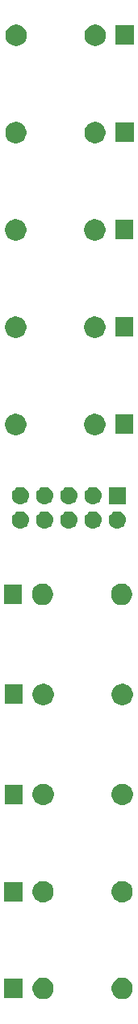
<source format=gbr>
G04 #@! TF.GenerationSoftware,KiCad,Pcbnew,(5.1.2-1)-1*
G04 #@! TF.CreationDate,2020-08-10T22:20:09-07:00*
G04 #@! TF.ProjectId,active_dual_mult,61637469-7665-45f6-9475-616c5f6d756c,rev?*
G04 #@! TF.SameCoordinates,Original*
G04 #@! TF.FileFunction,Soldermask,Bot*
G04 #@! TF.FilePolarity,Negative*
%FSLAX46Y46*%
G04 Gerber Fmt 4.6, Leading zero omitted, Abs format (unit mm)*
G04 Created by KiCad (PCBNEW (5.1.2-1)-1) date 2020-08-10 22:20:09*
%MOMM*%
%LPD*%
G04 APERTURE LIST*
%ADD10C,0.100000*%
G04 APERTURE END LIST*
D10*
G36*
X166263455Y-125201391D02*
G01*
X166335325Y-125215687D01*
X166538424Y-125299813D01*
X166721209Y-125421946D01*
X166876654Y-125577391D01*
X166998787Y-125760176D01*
X167082913Y-125963275D01*
X167125800Y-126178884D01*
X167125800Y-126398716D01*
X167082913Y-126614325D01*
X166998787Y-126817424D01*
X166876654Y-127000209D01*
X166721209Y-127155654D01*
X166538424Y-127277787D01*
X166335325Y-127361913D01*
X166263455Y-127376209D01*
X166119718Y-127404800D01*
X165899882Y-127404800D01*
X165756145Y-127376209D01*
X165684275Y-127361913D01*
X165481176Y-127277787D01*
X165298391Y-127155654D01*
X165142946Y-127000209D01*
X165020813Y-126817424D01*
X164936687Y-126614325D01*
X164893800Y-126398716D01*
X164893800Y-126178884D01*
X164936687Y-125963275D01*
X165020813Y-125760176D01*
X165142946Y-125577391D01*
X165298391Y-125421946D01*
X165481176Y-125299813D01*
X165684275Y-125215687D01*
X165756145Y-125201391D01*
X165899882Y-125172800D01*
X166119718Y-125172800D01*
X166263455Y-125201391D01*
X166263455Y-125201391D01*
G37*
G36*
X157963455Y-125201391D02*
G01*
X158035325Y-125215687D01*
X158238424Y-125299813D01*
X158421209Y-125421946D01*
X158576654Y-125577391D01*
X158698787Y-125760176D01*
X158782913Y-125963275D01*
X158825800Y-126178884D01*
X158825800Y-126398716D01*
X158782913Y-126614325D01*
X158698787Y-126817424D01*
X158576654Y-127000209D01*
X158421209Y-127155654D01*
X158238424Y-127277787D01*
X158035325Y-127361913D01*
X157963455Y-127376209D01*
X157819718Y-127404800D01*
X157599882Y-127404800D01*
X157456145Y-127376209D01*
X157384275Y-127361913D01*
X157181176Y-127277787D01*
X156998391Y-127155654D01*
X156842946Y-127000209D01*
X156720813Y-126817424D01*
X156636687Y-126614325D01*
X156593800Y-126398716D01*
X156593800Y-126178884D01*
X156636687Y-125963275D01*
X156720813Y-125760176D01*
X156842946Y-125577391D01*
X156998391Y-125421946D01*
X157181176Y-125299813D01*
X157384275Y-125215687D01*
X157456145Y-125201391D01*
X157599882Y-125172800D01*
X157819718Y-125172800D01*
X157963455Y-125201391D01*
X157963455Y-125201391D01*
G37*
G36*
X155575800Y-127304800D02*
G01*
X153643800Y-127304800D01*
X153643800Y-125272800D01*
X155575800Y-125272800D01*
X155575800Y-127304800D01*
X155575800Y-127304800D01*
G37*
G36*
X166263455Y-115092191D02*
G01*
X166335325Y-115106487D01*
X166538424Y-115190613D01*
X166721209Y-115312746D01*
X166876654Y-115468191D01*
X166998787Y-115650976D01*
X167082913Y-115854075D01*
X167125800Y-116069684D01*
X167125800Y-116289516D01*
X167082913Y-116505125D01*
X166998787Y-116708224D01*
X166876654Y-116891009D01*
X166721209Y-117046454D01*
X166538424Y-117168587D01*
X166335325Y-117252713D01*
X166263455Y-117267009D01*
X166119718Y-117295600D01*
X165899882Y-117295600D01*
X165756145Y-117267009D01*
X165684275Y-117252713D01*
X165481176Y-117168587D01*
X165298391Y-117046454D01*
X165142946Y-116891009D01*
X165020813Y-116708224D01*
X164936687Y-116505125D01*
X164893800Y-116289516D01*
X164893800Y-116069684D01*
X164936687Y-115854075D01*
X165020813Y-115650976D01*
X165142946Y-115468191D01*
X165298391Y-115312746D01*
X165481176Y-115190613D01*
X165684275Y-115106487D01*
X165756145Y-115092191D01*
X165899882Y-115063600D01*
X166119718Y-115063600D01*
X166263455Y-115092191D01*
X166263455Y-115092191D01*
G37*
G36*
X157963455Y-115092191D02*
G01*
X158035325Y-115106487D01*
X158238424Y-115190613D01*
X158421209Y-115312746D01*
X158576654Y-115468191D01*
X158698787Y-115650976D01*
X158782913Y-115854075D01*
X158825800Y-116069684D01*
X158825800Y-116289516D01*
X158782913Y-116505125D01*
X158698787Y-116708224D01*
X158576654Y-116891009D01*
X158421209Y-117046454D01*
X158238424Y-117168587D01*
X158035325Y-117252713D01*
X157963455Y-117267009D01*
X157819718Y-117295600D01*
X157599882Y-117295600D01*
X157456145Y-117267009D01*
X157384275Y-117252713D01*
X157181176Y-117168587D01*
X156998391Y-117046454D01*
X156842946Y-116891009D01*
X156720813Y-116708224D01*
X156636687Y-116505125D01*
X156593800Y-116289516D01*
X156593800Y-116069684D01*
X156636687Y-115854075D01*
X156720813Y-115650976D01*
X156842946Y-115468191D01*
X156998391Y-115312746D01*
X157181176Y-115190613D01*
X157384275Y-115106487D01*
X157456145Y-115092191D01*
X157599882Y-115063600D01*
X157819718Y-115063600D01*
X157963455Y-115092191D01*
X157963455Y-115092191D01*
G37*
G36*
X155575800Y-117195600D02*
G01*
X153643800Y-117195600D01*
X153643800Y-115163600D01*
X155575800Y-115163600D01*
X155575800Y-117195600D01*
X155575800Y-117195600D01*
G37*
G36*
X166288855Y-104932191D02*
G01*
X166360725Y-104946487D01*
X166563824Y-105030613D01*
X166746609Y-105152746D01*
X166902054Y-105308191D01*
X167024187Y-105490976D01*
X167108313Y-105694075D01*
X167151200Y-105909684D01*
X167151200Y-106129516D01*
X167108313Y-106345125D01*
X167024187Y-106548224D01*
X166902054Y-106731009D01*
X166746609Y-106886454D01*
X166563824Y-107008587D01*
X166360725Y-107092713D01*
X166288855Y-107107009D01*
X166145118Y-107135600D01*
X165925282Y-107135600D01*
X165781545Y-107107009D01*
X165709675Y-107092713D01*
X165506576Y-107008587D01*
X165323791Y-106886454D01*
X165168346Y-106731009D01*
X165046213Y-106548224D01*
X164962087Y-106345125D01*
X164919200Y-106129516D01*
X164919200Y-105909684D01*
X164962087Y-105694075D01*
X165046213Y-105490976D01*
X165168346Y-105308191D01*
X165323791Y-105152746D01*
X165506576Y-105030613D01*
X165709675Y-104946487D01*
X165781545Y-104932191D01*
X165925282Y-104903600D01*
X166145118Y-104903600D01*
X166288855Y-104932191D01*
X166288855Y-104932191D01*
G37*
G36*
X157988855Y-104932191D02*
G01*
X158060725Y-104946487D01*
X158263824Y-105030613D01*
X158446609Y-105152746D01*
X158602054Y-105308191D01*
X158724187Y-105490976D01*
X158808313Y-105694075D01*
X158851200Y-105909684D01*
X158851200Y-106129516D01*
X158808313Y-106345125D01*
X158724187Y-106548224D01*
X158602054Y-106731009D01*
X158446609Y-106886454D01*
X158263824Y-107008587D01*
X158060725Y-107092713D01*
X157988855Y-107107009D01*
X157845118Y-107135600D01*
X157625282Y-107135600D01*
X157481545Y-107107009D01*
X157409675Y-107092713D01*
X157206576Y-107008587D01*
X157023791Y-106886454D01*
X156868346Y-106731009D01*
X156746213Y-106548224D01*
X156662087Y-106345125D01*
X156619200Y-106129516D01*
X156619200Y-105909684D01*
X156662087Y-105694075D01*
X156746213Y-105490976D01*
X156868346Y-105308191D01*
X157023791Y-105152746D01*
X157206576Y-105030613D01*
X157409675Y-104946487D01*
X157481545Y-104932191D01*
X157625282Y-104903600D01*
X157845118Y-104903600D01*
X157988855Y-104932191D01*
X157988855Y-104932191D01*
G37*
G36*
X155601200Y-107035600D02*
G01*
X153669200Y-107035600D01*
X153669200Y-105003600D01*
X155601200Y-105003600D01*
X155601200Y-107035600D01*
X155601200Y-107035600D01*
G37*
G36*
X166288855Y-94492791D02*
G01*
X166360725Y-94507087D01*
X166563824Y-94591213D01*
X166746609Y-94713346D01*
X166902054Y-94868791D01*
X167024187Y-95051576D01*
X167108313Y-95254675D01*
X167151200Y-95470284D01*
X167151200Y-95690116D01*
X167108313Y-95905725D01*
X167024187Y-96108824D01*
X166902054Y-96291609D01*
X166746609Y-96447054D01*
X166563824Y-96569187D01*
X166360725Y-96653313D01*
X166288855Y-96667609D01*
X166145118Y-96696200D01*
X165925282Y-96696200D01*
X165781545Y-96667609D01*
X165709675Y-96653313D01*
X165506576Y-96569187D01*
X165323791Y-96447054D01*
X165168346Y-96291609D01*
X165046213Y-96108824D01*
X164962087Y-95905725D01*
X164919200Y-95690116D01*
X164919200Y-95470284D01*
X164962087Y-95254675D01*
X165046213Y-95051576D01*
X165168346Y-94868791D01*
X165323791Y-94713346D01*
X165506576Y-94591213D01*
X165709675Y-94507087D01*
X165781545Y-94492791D01*
X165925282Y-94464200D01*
X166145118Y-94464200D01*
X166288855Y-94492791D01*
X166288855Y-94492791D01*
G37*
G36*
X157988855Y-94492791D02*
G01*
X158060725Y-94507087D01*
X158263824Y-94591213D01*
X158446609Y-94713346D01*
X158602054Y-94868791D01*
X158724187Y-95051576D01*
X158808313Y-95254675D01*
X158851200Y-95470284D01*
X158851200Y-95690116D01*
X158808313Y-95905725D01*
X158724187Y-96108824D01*
X158602054Y-96291609D01*
X158446609Y-96447054D01*
X158263824Y-96569187D01*
X158060725Y-96653313D01*
X157988855Y-96667609D01*
X157845118Y-96696200D01*
X157625282Y-96696200D01*
X157481545Y-96667609D01*
X157409675Y-96653313D01*
X157206576Y-96569187D01*
X157023791Y-96447054D01*
X156868346Y-96291609D01*
X156746213Y-96108824D01*
X156662087Y-95905725D01*
X156619200Y-95690116D01*
X156619200Y-95470284D01*
X156662087Y-95254675D01*
X156746213Y-95051576D01*
X156868346Y-94868791D01*
X157023791Y-94713346D01*
X157206576Y-94591213D01*
X157409675Y-94507087D01*
X157481545Y-94492791D01*
X157625282Y-94464200D01*
X157845118Y-94464200D01*
X157988855Y-94492791D01*
X157988855Y-94492791D01*
G37*
G36*
X155601200Y-96596200D02*
G01*
X153669200Y-96596200D01*
X153669200Y-94564200D01*
X155601200Y-94564200D01*
X155601200Y-96596200D01*
X155601200Y-96596200D01*
G37*
G36*
X166212655Y-84027991D02*
G01*
X166284525Y-84042287D01*
X166487624Y-84126413D01*
X166670409Y-84248546D01*
X166825854Y-84403991D01*
X166947987Y-84586776D01*
X167032113Y-84789875D01*
X167075000Y-85005484D01*
X167075000Y-85225316D01*
X167032113Y-85440925D01*
X166947987Y-85644024D01*
X166825854Y-85826809D01*
X166670409Y-85982254D01*
X166487624Y-86104387D01*
X166284525Y-86188513D01*
X166212655Y-86202809D01*
X166068918Y-86231400D01*
X165849082Y-86231400D01*
X165705345Y-86202809D01*
X165633475Y-86188513D01*
X165430376Y-86104387D01*
X165247591Y-85982254D01*
X165092146Y-85826809D01*
X164970013Y-85644024D01*
X164885887Y-85440925D01*
X164843000Y-85225316D01*
X164843000Y-85005484D01*
X164885887Y-84789875D01*
X164970013Y-84586776D01*
X165092146Y-84403991D01*
X165247591Y-84248546D01*
X165430376Y-84126413D01*
X165633475Y-84042287D01*
X165705345Y-84027991D01*
X165849082Y-83999400D01*
X166068918Y-83999400D01*
X166212655Y-84027991D01*
X166212655Y-84027991D01*
G37*
G36*
X157912655Y-84027991D02*
G01*
X157984525Y-84042287D01*
X158187624Y-84126413D01*
X158370409Y-84248546D01*
X158525854Y-84403991D01*
X158647987Y-84586776D01*
X158732113Y-84789875D01*
X158775000Y-85005484D01*
X158775000Y-85225316D01*
X158732113Y-85440925D01*
X158647987Y-85644024D01*
X158525854Y-85826809D01*
X158370409Y-85982254D01*
X158187624Y-86104387D01*
X157984525Y-86188513D01*
X157912655Y-86202809D01*
X157768918Y-86231400D01*
X157549082Y-86231400D01*
X157405345Y-86202809D01*
X157333475Y-86188513D01*
X157130376Y-86104387D01*
X156947591Y-85982254D01*
X156792146Y-85826809D01*
X156670013Y-85644024D01*
X156585887Y-85440925D01*
X156543000Y-85225316D01*
X156543000Y-85005484D01*
X156585887Y-84789875D01*
X156670013Y-84586776D01*
X156792146Y-84403991D01*
X156947591Y-84248546D01*
X157130376Y-84126413D01*
X157333475Y-84042287D01*
X157405345Y-84027991D01*
X157549082Y-83999400D01*
X157768918Y-83999400D01*
X157912655Y-84027991D01*
X157912655Y-84027991D01*
G37*
G36*
X155525000Y-86131400D02*
G01*
X153593000Y-86131400D01*
X153593000Y-84099400D01*
X155525000Y-84099400D01*
X155525000Y-86131400D01*
X155525000Y-86131400D01*
G37*
G36*
X165616843Y-76473919D02*
G01*
X165683027Y-76480437D01*
X165852866Y-76531957D01*
X166009391Y-76615622D01*
X166045129Y-76644952D01*
X166146586Y-76728214D01*
X166229848Y-76829671D01*
X166259178Y-76865409D01*
X166342843Y-77021934D01*
X166394363Y-77191773D01*
X166411759Y-77368400D01*
X166394363Y-77545027D01*
X166342843Y-77714866D01*
X166259178Y-77871391D01*
X166229848Y-77907129D01*
X166146586Y-78008586D01*
X166045129Y-78091848D01*
X166009391Y-78121178D01*
X165852866Y-78204843D01*
X165683027Y-78256363D01*
X165616842Y-78262882D01*
X165550660Y-78269400D01*
X165462140Y-78269400D01*
X165395958Y-78262882D01*
X165329773Y-78256363D01*
X165159934Y-78204843D01*
X165003409Y-78121178D01*
X164967671Y-78091848D01*
X164866214Y-78008586D01*
X164782952Y-77907129D01*
X164753622Y-77871391D01*
X164669957Y-77714866D01*
X164618437Y-77545027D01*
X164601041Y-77368400D01*
X164618437Y-77191773D01*
X164669957Y-77021934D01*
X164753622Y-76865409D01*
X164782952Y-76829671D01*
X164866214Y-76728214D01*
X164967671Y-76644952D01*
X165003409Y-76615622D01*
X165159934Y-76531957D01*
X165329773Y-76480437D01*
X165395957Y-76473919D01*
X165462140Y-76467400D01*
X165550660Y-76467400D01*
X165616843Y-76473919D01*
X165616843Y-76473919D01*
G37*
G36*
X163076843Y-76473919D02*
G01*
X163143027Y-76480437D01*
X163312866Y-76531957D01*
X163469391Y-76615622D01*
X163505129Y-76644952D01*
X163606586Y-76728214D01*
X163689848Y-76829671D01*
X163719178Y-76865409D01*
X163802843Y-77021934D01*
X163854363Y-77191773D01*
X163871759Y-77368400D01*
X163854363Y-77545027D01*
X163802843Y-77714866D01*
X163719178Y-77871391D01*
X163689848Y-77907129D01*
X163606586Y-78008586D01*
X163505129Y-78091848D01*
X163469391Y-78121178D01*
X163312866Y-78204843D01*
X163143027Y-78256363D01*
X163076842Y-78262882D01*
X163010660Y-78269400D01*
X162922140Y-78269400D01*
X162855958Y-78262882D01*
X162789773Y-78256363D01*
X162619934Y-78204843D01*
X162463409Y-78121178D01*
X162427671Y-78091848D01*
X162326214Y-78008586D01*
X162242952Y-77907129D01*
X162213622Y-77871391D01*
X162129957Y-77714866D01*
X162078437Y-77545027D01*
X162061041Y-77368400D01*
X162078437Y-77191773D01*
X162129957Y-77021934D01*
X162213622Y-76865409D01*
X162242952Y-76829671D01*
X162326214Y-76728214D01*
X162427671Y-76644952D01*
X162463409Y-76615622D01*
X162619934Y-76531957D01*
X162789773Y-76480437D01*
X162855957Y-76473919D01*
X162922140Y-76467400D01*
X163010660Y-76467400D01*
X163076843Y-76473919D01*
X163076843Y-76473919D01*
G37*
G36*
X160536843Y-76473919D02*
G01*
X160603027Y-76480437D01*
X160772866Y-76531957D01*
X160929391Y-76615622D01*
X160965129Y-76644952D01*
X161066586Y-76728214D01*
X161149848Y-76829671D01*
X161179178Y-76865409D01*
X161262843Y-77021934D01*
X161314363Y-77191773D01*
X161331759Y-77368400D01*
X161314363Y-77545027D01*
X161262843Y-77714866D01*
X161179178Y-77871391D01*
X161149848Y-77907129D01*
X161066586Y-78008586D01*
X160965129Y-78091848D01*
X160929391Y-78121178D01*
X160772866Y-78204843D01*
X160603027Y-78256363D01*
X160536842Y-78262882D01*
X160470660Y-78269400D01*
X160382140Y-78269400D01*
X160315958Y-78262882D01*
X160249773Y-78256363D01*
X160079934Y-78204843D01*
X159923409Y-78121178D01*
X159887671Y-78091848D01*
X159786214Y-78008586D01*
X159702952Y-77907129D01*
X159673622Y-77871391D01*
X159589957Y-77714866D01*
X159538437Y-77545027D01*
X159521041Y-77368400D01*
X159538437Y-77191773D01*
X159589957Y-77021934D01*
X159673622Y-76865409D01*
X159702952Y-76829671D01*
X159786214Y-76728214D01*
X159887671Y-76644952D01*
X159923409Y-76615622D01*
X160079934Y-76531957D01*
X160249773Y-76480437D01*
X160315957Y-76473919D01*
X160382140Y-76467400D01*
X160470660Y-76467400D01*
X160536843Y-76473919D01*
X160536843Y-76473919D01*
G37*
G36*
X157996843Y-76473919D02*
G01*
X158063027Y-76480437D01*
X158232866Y-76531957D01*
X158389391Y-76615622D01*
X158425129Y-76644952D01*
X158526586Y-76728214D01*
X158609848Y-76829671D01*
X158639178Y-76865409D01*
X158722843Y-77021934D01*
X158774363Y-77191773D01*
X158791759Y-77368400D01*
X158774363Y-77545027D01*
X158722843Y-77714866D01*
X158639178Y-77871391D01*
X158609848Y-77907129D01*
X158526586Y-78008586D01*
X158425129Y-78091848D01*
X158389391Y-78121178D01*
X158232866Y-78204843D01*
X158063027Y-78256363D01*
X157996842Y-78262882D01*
X157930660Y-78269400D01*
X157842140Y-78269400D01*
X157775958Y-78262882D01*
X157709773Y-78256363D01*
X157539934Y-78204843D01*
X157383409Y-78121178D01*
X157347671Y-78091848D01*
X157246214Y-78008586D01*
X157162952Y-77907129D01*
X157133622Y-77871391D01*
X157049957Y-77714866D01*
X156998437Y-77545027D01*
X156981041Y-77368400D01*
X156998437Y-77191773D01*
X157049957Y-77021934D01*
X157133622Y-76865409D01*
X157162952Y-76829671D01*
X157246214Y-76728214D01*
X157347671Y-76644952D01*
X157383409Y-76615622D01*
X157539934Y-76531957D01*
X157709773Y-76480437D01*
X157775957Y-76473919D01*
X157842140Y-76467400D01*
X157930660Y-76467400D01*
X157996843Y-76473919D01*
X157996843Y-76473919D01*
G37*
G36*
X155456843Y-76473919D02*
G01*
X155523027Y-76480437D01*
X155692866Y-76531957D01*
X155849391Y-76615622D01*
X155885129Y-76644952D01*
X155986586Y-76728214D01*
X156069848Y-76829671D01*
X156099178Y-76865409D01*
X156182843Y-77021934D01*
X156234363Y-77191773D01*
X156251759Y-77368400D01*
X156234363Y-77545027D01*
X156182843Y-77714866D01*
X156099178Y-77871391D01*
X156069848Y-77907129D01*
X155986586Y-78008586D01*
X155885129Y-78091848D01*
X155849391Y-78121178D01*
X155692866Y-78204843D01*
X155523027Y-78256363D01*
X155456842Y-78262882D01*
X155390660Y-78269400D01*
X155302140Y-78269400D01*
X155235958Y-78262882D01*
X155169773Y-78256363D01*
X154999934Y-78204843D01*
X154843409Y-78121178D01*
X154807671Y-78091848D01*
X154706214Y-78008586D01*
X154622952Y-77907129D01*
X154593622Y-77871391D01*
X154509957Y-77714866D01*
X154458437Y-77545027D01*
X154441041Y-77368400D01*
X154458437Y-77191773D01*
X154509957Y-77021934D01*
X154593622Y-76865409D01*
X154622952Y-76829671D01*
X154706214Y-76728214D01*
X154807671Y-76644952D01*
X154843409Y-76615622D01*
X154999934Y-76531957D01*
X155169773Y-76480437D01*
X155235957Y-76473919D01*
X155302140Y-76467400D01*
X155390660Y-76467400D01*
X155456843Y-76473919D01*
X155456843Y-76473919D01*
G37*
G36*
X157996842Y-73933918D02*
G01*
X158063027Y-73940437D01*
X158232866Y-73991957D01*
X158389391Y-74075622D01*
X158425129Y-74104952D01*
X158526586Y-74188214D01*
X158609848Y-74289671D01*
X158639178Y-74325409D01*
X158722843Y-74481934D01*
X158774363Y-74651773D01*
X158791759Y-74828400D01*
X158774363Y-75005027D01*
X158722843Y-75174866D01*
X158639178Y-75331391D01*
X158609848Y-75367129D01*
X158526586Y-75468586D01*
X158425129Y-75551848D01*
X158389391Y-75581178D01*
X158232866Y-75664843D01*
X158063027Y-75716363D01*
X157996843Y-75722881D01*
X157930660Y-75729400D01*
X157842140Y-75729400D01*
X157775957Y-75722881D01*
X157709773Y-75716363D01*
X157539934Y-75664843D01*
X157383409Y-75581178D01*
X157347671Y-75551848D01*
X157246214Y-75468586D01*
X157162952Y-75367129D01*
X157133622Y-75331391D01*
X157049957Y-75174866D01*
X156998437Y-75005027D01*
X156981041Y-74828400D01*
X156998437Y-74651773D01*
X157049957Y-74481934D01*
X157133622Y-74325409D01*
X157162952Y-74289671D01*
X157246214Y-74188214D01*
X157347671Y-74104952D01*
X157383409Y-74075622D01*
X157539934Y-73991957D01*
X157709773Y-73940437D01*
X157775958Y-73933918D01*
X157842140Y-73927400D01*
X157930660Y-73927400D01*
X157996842Y-73933918D01*
X157996842Y-73933918D01*
G37*
G36*
X166407400Y-75729400D02*
G01*
X164605400Y-75729400D01*
X164605400Y-73927400D01*
X166407400Y-73927400D01*
X166407400Y-75729400D01*
X166407400Y-75729400D01*
G37*
G36*
X155456842Y-73933918D02*
G01*
X155523027Y-73940437D01*
X155692866Y-73991957D01*
X155849391Y-74075622D01*
X155885129Y-74104952D01*
X155986586Y-74188214D01*
X156069848Y-74289671D01*
X156099178Y-74325409D01*
X156182843Y-74481934D01*
X156234363Y-74651773D01*
X156251759Y-74828400D01*
X156234363Y-75005027D01*
X156182843Y-75174866D01*
X156099178Y-75331391D01*
X156069848Y-75367129D01*
X155986586Y-75468586D01*
X155885129Y-75551848D01*
X155849391Y-75581178D01*
X155692866Y-75664843D01*
X155523027Y-75716363D01*
X155456843Y-75722881D01*
X155390660Y-75729400D01*
X155302140Y-75729400D01*
X155235957Y-75722881D01*
X155169773Y-75716363D01*
X154999934Y-75664843D01*
X154843409Y-75581178D01*
X154807671Y-75551848D01*
X154706214Y-75468586D01*
X154622952Y-75367129D01*
X154593622Y-75331391D01*
X154509957Y-75174866D01*
X154458437Y-75005027D01*
X154441041Y-74828400D01*
X154458437Y-74651773D01*
X154509957Y-74481934D01*
X154593622Y-74325409D01*
X154622952Y-74289671D01*
X154706214Y-74188214D01*
X154807671Y-74104952D01*
X154843409Y-74075622D01*
X154999934Y-73991957D01*
X155169773Y-73940437D01*
X155235958Y-73933918D01*
X155302140Y-73927400D01*
X155390660Y-73927400D01*
X155456842Y-73933918D01*
X155456842Y-73933918D01*
G37*
G36*
X160536842Y-73933918D02*
G01*
X160603027Y-73940437D01*
X160772866Y-73991957D01*
X160929391Y-74075622D01*
X160965129Y-74104952D01*
X161066586Y-74188214D01*
X161149848Y-74289671D01*
X161179178Y-74325409D01*
X161262843Y-74481934D01*
X161314363Y-74651773D01*
X161331759Y-74828400D01*
X161314363Y-75005027D01*
X161262843Y-75174866D01*
X161179178Y-75331391D01*
X161149848Y-75367129D01*
X161066586Y-75468586D01*
X160965129Y-75551848D01*
X160929391Y-75581178D01*
X160772866Y-75664843D01*
X160603027Y-75716363D01*
X160536843Y-75722881D01*
X160470660Y-75729400D01*
X160382140Y-75729400D01*
X160315957Y-75722881D01*
X160249773Y-75716363D01*
X160079934Y-75664843D01*
X159923409Y-75581178D01*
X159887671Y-75551848D01*
X159786214Y-75468586D01*
X159702952Y-75367129D01*
X159673622Y-75331391D01*
X159589957Y-75174866D01*
X159538437Y-75005027D01*
X159521041Y-74828400D01*
X159538437Y-74651773D01*
X159589957Y-74481934D01*
X159673622Y-74325409D01*
X159702952Y-74289671D01*
X159786214Y-74188214D01*
X159887671Y-74104952D01*
X159923409Y-74075622D01*
X160079934Y-73991957D01*
X160249773Y-73940437D01*
X160315958Y-73933918D01*
X160382140Y-73927400D01*
X160470660Y-73927400D01*
X160536842Y-73933918D01*
X160536842Y-73933918D01*
G37*
G36*
X163076842Y-73933918D02*
G01*
X163143027Y-73940437D01*
X163312866Y-73991957D01*
X163469391Y-74075622D01*
X163505129Y-74104952D01*
X163606586Y-74188214D01*
X163689848Y-74289671D01*
X163719178Y-74325409D01*
X163802843Y-74481934D01*
X163854363Y-74651773D01*
X163871759Y-74828400D01*
X163854363Y-75005027D01*
X163802843Y-75174866D01*
X163719178Y-75331391D01*
X163689848Y-75367129D01*
X163606586Y-75468586D01*
X163505129Y-75551848D01*
X163469391Y-75581178D01*
X163312866Y-75664843D01*
X163143027Y-75716363D01*
X163076843Y-75722881D01*
X163010660Y-75729400D01*
X162922140Y-75729400D01*
X162855957Y-75722881D01*
X162789773Y-75716363D01*
X162619934Y-75664843D01*
X162463409Y-75581178D01*
X162427671Y-75551848D01*
X162326214Y-75468586D01*
X162242952Y-75367129D01*
X162213622Y-75331391D01*
X162129957Y-75174866D01*
X162078437Y-75005027D01*
X162061041Y-74828400D01*
X162078437Y-74651773D01*
X162129957Y-74481934D01*
X162213622Y-74325409D01*
X162242952Y-74289671D01*
X162326214Y-74188214D01*
X162427671Y-74104952D01*
X162463409Y-74075622D01*
X162619934Y-73991957D01*
X162789773Y-73940437D01*
X162855958Y-73933918D01*
X162922140Y-73927400D01*
X163010660Y-73927400D01*
X163076842Y-73933918D01*
X163076842Y-73933918D01*
G37*
G36*
X163396655Y-66298791D02*
G01*
X163468525Y-66313087D01*
X163671624Y-66397213D01*
X163854409Y-66519346D01*
X164009854Y-66674791D01*
X164131987Y-66857576D01*
X164216113Y-67060675D01*
X164259000Y-67276284D01*
X164259000Y-67496116D01*
X164216113Y-67711725D01*
X164131987Y-67914824D01*
X164009854Y-68097609D01*
X163854409Y-68253054D01*
X163671624Y-68375187D01*
X163468525Y-68459313D01*
X163396655Y-68473609D01*
X163252918Y-68502200D01*
X163033082Y-68502200D01*
X162889345Y-68473609D01*
X162817475Y-68459313D01*
X162614376Y-68375187D01*
X162431591Y-68253054D01*
X162276146Y-68097609D01*
X162154013Y-67914824D01*
X162069887Y-67711725D01*
X162027000Y-67496116D01*
X162027000Y-67276284D01*
X162069887Y-67060675D01*
X162154013Y-66857576D01*
X162276146Y-66674791D01*
X162431591Y-66519346D01*
X162614376Y-66397213D01*
X162817475Y-66313087D01*
X162889345Y-66298791D01*
X163033082Y-66270200D01*
X163252918Y-66270200D01*
X163396655Y-66298791D01*
X163396655Y-66298791D01*
G37*
G36*
X155096655Y-66298791D02*
G01*
X155168525Y-66313087D01*
X155371624Y-66397213D01*
X155554409Y-66519346D01*
X155709854Y-66674791D01*
X155831987Y-66857576D01*
X155916113Y-67060675D01*
X155959000Y-67276284D01*
X155959000Y-67496116D01*
X155916113Y-67711725D01*
X155831987Y-67914824D01*
X155709854Y-68097609D01*
X155554409Y-68253054D01*
X155371624Y-68375187D01*
X155168525Y-68459313D01*
X155096655Y-68473609D01*
X154952918Y-68502200D01*
X154733082Y-68502200D01*
X154589345Y-68473609D01*
X154517475Y-68459313D01*
X154314376Y-68375187D01*
X154131591Y-68253054D01*
X153976146Y-68097609D01*
X153854013Y-67914824D01*
X153769887Y-67711725D01*
X153727000Y-67496116D01*
X153727000Y-67276284D01*
X153769887Y-67060675D01*
X153854013Y-66857576D01*
X153976146Y-66674791D01*
X154131591Y-66519346D01*
X154314376Y-66397213D01*
X154517475Y-66313087D01*
X154589345Y-66298791D01*
X154733082Y-66270200D01*
X154952918Y-66270200D01*
X155096655Y-66298791D01*
X155096655Y-66298791D01*
G37*
G36*
X167209000Y-68402200D02*
G01*
X165277000Y-68402200D01*
X165277000Y-66370200D01*
X167209000Y-66370200D01*
X167209000Y-68402200D01*
X167209000Y-68402200D01*
G37*
G36*
X163396655Y-56138791D02*
G01*
X163468525Y-56153087D01*
X163671624Y-56237213D01*
X163854409Y-56359346D01*
X164009854Y-56514791D01*
X164131987Y-56697576D01*
X164216113Y-56900675D01*
X164259000Y-57116284D01*
X164259000Y-57336116D01*
X164216113Y-57551725D01*
X164131987Y-57754824D01*
X164009854Y-57937609D01*
X163854409Y-58093054D01*
X163671624Y-58215187D01*
X163468525Y-58299313D01*
X163396655Y-58313609D01*
X163252918Y-58342200D01*
X163033082Y-58342200D01*
X162889345Y-58313609D01*
X162817475Y-58299313D01*
X162614376Y-58215187D01*
X162431591Y-58093054D01*
X162276146Y-57937609D01*
X162154013Y-57754824D01*
X162069887Y-57551725D01*
X162027000Y-57336116D01*
X162027000Y-57116284D01*
X162069887Y-56900675D01*
X162154013Y-56697576D01*
X162276146Y-56514791D01*
X162431591Y-56359346D01*
X162614376Y-56237213D01*
X162817475Y-56153087D01*
X162889345Y-56138791D01*
X163033082Y-56110200D01*
X163252918Y-56110200D01*
X163396655Y-56138791D01*
X163396655Y-56138791D01*
G37*
G36*
X155096655Y-56138791D02*
G01*
X155168525Y-56153087D01*
X155371624Y-56237213D01*
X155554409Y-56359346D01*
X155709854Y-56514791D01*
X155831987Y-56697576D01*
X155916113Y-56900675D01*
X155959000Y-57116284D01*
X155959000Y-57336116D01*
X155916113Y-57551725D01*
X155831987Y-57754824D01*
X155709854Y-57937609D01*
X155554409Y-58093054D01*
X155371624Y-58215187D01*
X155168525Y-58299313D01*
X155096655Y-58313609D01*
X154952918Y-58342200D01*
X154733082Y-58342200D01*
X154589345Y-58313609D01*
X154517475Y-58299313D01*
X154314376Y-58215187D01*
X154131591Y-58093054D01*
X153976146Y-57937609D01*
X153854013Y-57754824D01*
X153769887Y-57551725D01*
X153727000Y-57336116D01*
X153727000Y-57116284D01*
X153769887Y-56900675D01*
X153854013Y-56697576D01*
X153976146Y-56514791D01*
X154131591Y-56359346D01*
X154314376Y-56237213D01*
X154517475Y-56153087D01*
X154589345Y-56138791D01*
X154733082Y-56110200D01*
X154952918Y-56110200D01*
X155096655Y-56138791D01*
X155096655Y-56138791D01*
G37*
G36*
X167209000Y-58242200D02*
G01*
X165277000Y-58242200D01*
X165277000Y-56210200D01*
X167209000Y-56210200D01*
X167209000Y-58242200D01*
X167209000Y-58242200D01*
G37*
G36*
X155096655Y-45978791D02*
G01*
X155168525Y-45993087D01*
X155371624Y-46077213D01*
X155554409Y-46199346D01*
X155709854Y-46354791D01*
X155831987Y-46537576D01*
X155916113Y-46740675D01*
X155959000Y-46956284D01*
X155959000Y-47176116D01*
X155916113Y-47391725D01*
X155831987Y-47594824D01*
X155709854Y-47777609D01*
X155554409Y-47933054D01*
X155371624Y-48055187D01*
X155168525Y-48139313D01*
X155096655Y-48153609D01*
X154952918Y-48182200D01*
X154733082Y-48182200D01*
X154589345Y-48153609D01*
X154517475Y-48139313D01*
X154314376Y-48055187D01*
X154131591Y-47933054D01*
X153976146Y-47777609D01*
X153854013Y-47594824D01*
X153769887Y-47391725D01*
X153727000Y-47176116D01*
X153727000Y-46956284D01*
X153769887Y-46740675D01*
X153854013Y-46537576D01*
X153976146Y-46354791D01*
X154131591Y-46199346D01*
X154314376Y-46077213D01*
X154517475Y-45993087D01*
X154589345Y-45978791D01*
X154733082Y-45950200D01*
X154952918Y-45950200D01*
X155096655Y-45978791D01*
X155096655Y-45978791D01*
G37*
G36*
X163396655Y-45978791D02*
G01*
X163468525Y-45993087D01*
X163671624Y-46077213D01*
X163854409Y-46199346D01*
X164009854Y-46354791D01*
X164131987Y-46537576D01*
X164216113Y-46740675D01*
X164259000Y-46956284D01*
X164259000Y-47176116D01*
X164216113Y-47391725D01*
X164131987Y-47594824D01*
X164009854Y-47777609D01*
X163854409Y-47933054D01*
X163671624Y-48055187D01*
X163468525Y-48139313D01*
X163396655Y-48153609D01*
X163252918Y-48182200D01*
X163033082Y-48182200D01*
X162889345Y-48153609D01*
X162817475Y-48139313D01*
X162614376Y-48055187D01*
X162431591Y-47933054D01*
X162276146Y-47777609D01*
X162154013Y-47594824D01*
X162069887Y-47391725D01*
X162027000Y-47176116D01*
X162027000Y-46956284D01*
X162069887Y-46740675D01*
X162154013Y-46537576D01*
X162276146Y-46354791D01*
X162431591Y-46199346D01*
X162614376Y-46077213D01*
X162817475Y-45993087D01*
X162889345Y-45978791D01*
X163033082Y-45950200D01*
X163252918Y-45950200D01*
X163396655Y-45978791D01*
X163396655Y-45978791D01*
G37*
G36*
X167209000Y-48082200D02*
G01*
X165277000Y-48082200D01*
X165277000Y-46050200D01*
X167209000Y-46050200D01*
X167209000Y-48082200D01*
X167209000Y-48082200D01*
G37*
G36*
X163422055Y-35818791D02*
G01*
X163493925Y-35833087D01*
X163697024Y-35917213D01*
X163879809Y-36039346D01*
X164035254Y-36194791D01*
X164157387Y-36377576D01*
X164241513Y-36580675D01*
X164284400Y-36796284D01*
X164284400Y-37016116D01*
X164241513Y-37231725D01*
X164157387Y-37434824D01*
X164035254Y-37617609D01*
X163879809Y-37773054D01*
X163697024Y-37895187D01*
X163493925Y-37979313D01*
X163422055Y-37993609D01*
X163278318Y-38022200D01*
X163058482Y-38022200D01*
X162914745Y-37993609D01*
X162842875Y-37979313D01*
X162639776Y-37895187D01*
X162456991Y-37773054D01*
X162301546Y-37617609D01*
X162179413Y-37434824D01*
X162095287Y-37231725D01*
X162052400Y-37016116D01*
X162052400Y-36796284D01*
X162095287Y-36580675D01*
X162179413Y-36377576D01*
X162301546Y-36194791D01*
X162456991Y-36039346D01*
X162639776Y-35917213D01*
X162842875Y-35833087D01*
X162914745Y-35818791D01*
X163058482Y-35790200D01*
X163278318Y-35790200D01*
X163422055Y-35818791D01*
X163422055Y-35818791D01*
G37*
G36*
X155122055Y-35818791D02*
G01*
X155193925Y-35833087D01*
X155397024Y-35917213D01*
X155579809Y-36039346D01*
X155735254Y-36194791D01*
X155857387Y-36377576D01*
X155941513Y-36580675D01*
X155984400Y-36796284D01*
X155984400Y-37016116D01*
X155941513Y-37231725D01*
X155857387Y-37434824D01*
X155735254Y-37617609D01*
X155579809Y-37773054D01*
X155397024Y-37895187D01*
X155193925Y-37979313D01*
X155122055Y-37993609D01*
X154978318Y-38022200D01*
X154758482Y-38022200D01*
X154614745Y-37993609D01*
X154542875Y-37979313D01*
X154339776Y-37895187D01*
X154156991Y-37773054D01*
X154001546Y-37617609D01*
X153879413Y-37434824D01*
X153795287Y-37231725D01*
X153752400Y-37016116D01*
X153752400Y-36796284D01*
X153795287Y-36580675D01*
X153879413Y-36377576D01*
X154001546Y-36194791D01*
X154156991Y-36039346D01*
X154339776Y-35917213D01*
X154542875Y-35833087D01*
X154614745Y-35818791D01*
X154758482Y-35790200D01*
X154978318Y-35790200D01*
X155122055Y-35818791D01*
X155122055Y-35818791D01*
G37*
G36*
X167234400Y-37922200D02*
G01*
X165302400Y-37922200D01*
X165302400Y-35890200D01*
X167234400Y-35890200D01*
X167234400Y-37922200D01*
X167234400Y-37922200D01*
G37*
G36*
X155147455Y-25658791D02*
G01*
X155219325Y-25673087D01*
X155422424Y-25757213D01*
X155605209Y-25879346D01*
X155760654Y-26034791D01*
X155882787Y-26217576D01*
X155966913Y-26420675D01*
X156009800Y-26636284D01*
X156009800Y-26856116D01*
X155966913Y-27071725D01*
X155882787Y-27274824D01*
X155760654Y-27457609D01*
X155605209Y-27613054D01*
X155422424Y-27735187D01*
X155219325Y-27819313D01*
X155147455Y-27833609D01*
X155003718Y-27862200D01*
X154783882Y-27862200D01*
X154640145Y-27833609D01*
X154568275Y-27819313D01*
X154365176Y-27735187D01*
X154182391Y-27613054D01*
X154026946Y-27457609D01*
X153904813Y-27274824D01*
X153820687Y-27071725D01*
X153777800Y-26856116D01*
X153777800Y-26636284D01*
X153820687Y-26420675D01*
X153904813Y-26217576D01*
X154026946Y-26034791D01*
X154182391Y-25879346D01*
X154365176Y-25757213D01*
X154568275Y-25673087D01*
X154640145Y-25658791D01*
X154783882Y-25630200D01*
X155003718Y-25630200D01*
X155147455Y-25658791D01*
X155147455Y-25658791D01*
G37*
G36*
X163447455Y-25658791D02*
G01*
X163519325Y-25673087D01*
X163722424Y-25757213D01*
X163905209Y-25879346D01*
X164060654Y-26034791D01*
X164182787Y-26217576D01*
X164266913Y-26420675D01*
X164309800Y-26636284D01*
X164309800Y-26856116D01*
X164266913Y-27071725D01*
X164182787Y-27274824D01*
X164060654Y-27457609D01*
X163905209Y-27613054D01*
X163722424Y-27735187D01*
X163519325Y-27819313D01*
X163447455Y-27833609D01*
X163303718Y-27862200D01*
X163083882Y-27862200D01*
X162940145Y-27833609D01*
X162868275Y-27819313D01*
X162665176Y-27735187D01*
X162482391Y-27613054D01*
X162326946Y-27457609D01*
X162204813Y-27274824D01*
X162120687Y-27071725D01*
X162077800Y-26856116D01*
X162077800Y-26636284D01*
X162120687Y-26420675D01*
X162204813Y-26217576D01*
X162326946Y-26034791D01*
X162482391Y-25879346D01*
X162665176Y-25757213D01*
X162868275Y-25673087D01*
X162940145Y-25658791D01*
X163083882Y-25630200D01*
X163303718Y-25630200D01*
X163447455Y-25658791D01*
X163447455Y-25658791D01*
G37*
G36*
X167259800Y-27762200D02*
G01*
X165327800Y-27762200D01*
X165327800Y-25730200D01*
X167259800Y-25730200D01*
X167259800Y-27762200D01*
X167259800Y-27762200D01*
G37*
M02*

</source>
